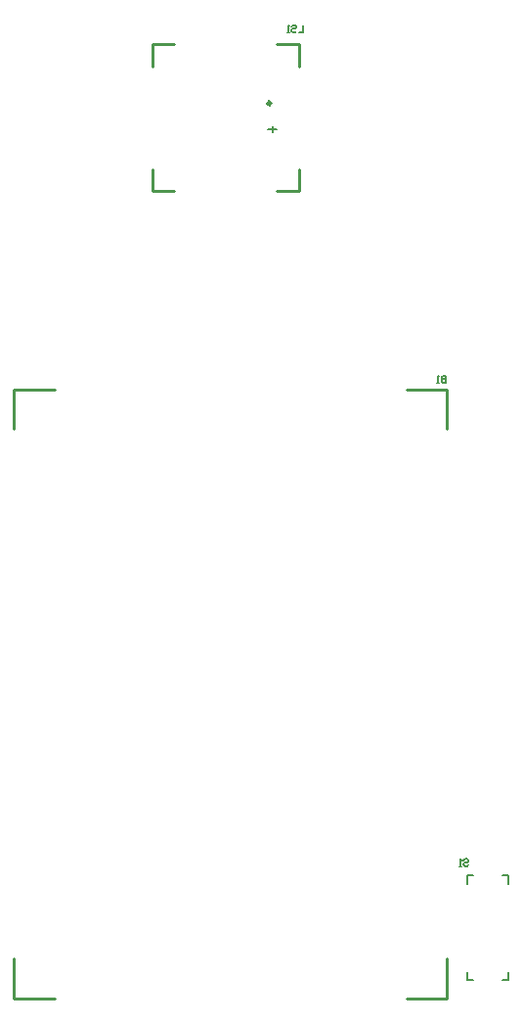
<source format=gbo>
G04*
G04 #@! TF.GenerationSoftware,Altium Limited,Altium Designer,21.4.1 (30)*
G04*
G04 Layer_Color=32896*
%FSLAX25Y25*%
%MOIN*%
G70*
G04*
G04 #@! TF.SameCoordinates,8EED4449-2E46-416B-BC71-7F67FA958CFC*
G04*
G04*
G04 #@! TF.FilePolarity,Positive*
G04*
G01*
G75*
%ADD11C,0.00500*%
%ADD14C,0.01000*%
%ADD16C,0.00600*%
%ADD67C,0.01200*%
D11*
X16000Y385100D02*
Y387100D01*
X14875Y386100D02*
X17343D01*
X14500D02*
X14875D01*
X82313Y129400D02*
Y132116D01*
X84400D01*
X96487Y129400D02*
Y132116D01*
X94400D02*
X96487D01*
Y96684D02*
Y99400D01*
X94400Y96684D02*
X96487D01*
X82313D02*
X84400D01*
X82313D02*
Y99400D01*
D14*
X61575Y297602D02*
X75374D01*
Y284256D02*
Y297602D01*
X-72224D02*
X-58425D01*
X-72224Y284256D02*
Y297602D01*
Y90398D02*
Y104000D01*
Y90398D02*
X-58425D01*
X61575D02*
X75374D01*
Y104000D01*
X25061Y407600D02*
Y415100D01*
X17343D02*
X25061D01*
X-25000D02*
X-17658D01*
X-25000Y407600D02*
Y415100D01*
Y365100D02*
Y372600D01*
Y365100D02*
X-17658D01*
X17343D02*
X25061D01*
Y372600D01*
D16*
X81200Y137399D02*
X81600Y137799D01*
X82400D01*
X82800Y137399D01*
Y136999D01*
X82400Y136600D01*
X81600D01*
X81200Y136200D01*
Y135800D01*
X81600Y135400D01*
X82400D01*
X82800Y135800D01*
X80401Y135400D02*
X79601D01*
X80001D01*
Y137799D01*
X80401Y137399D01*
X75200Y302400D02*
Y300000D01*
X74000D01*
X73600Y300400D01*
Y300800D01*
X74000Y301200D01*
X75200D01*
X74000D01*
X73600Y301600D01*
Y302000D01*
X74000Y302400D01*
X75200D01*
X72800Y300000D02*
X72000D01*
X72400D01*
Y302400D01*
X72800Y302000D01*
X26499Y421700D02*
Y419300D01*
X24900D01*
X22500Y421300D02*
X22900Y421700D01*
X23700D01*
X24100Y421300D01*
Y420900D01*
X23700Y420500D01*
X22900D01*
X22500Y420100D01*
Y419700D01*
X22900Y419300D01*
X23700D01*
X24100Y419700D01*
X21701Y419300D02*
X20901D01*
X21301D01*
Y421700D01*
X21701Y421300D01*
D67*
X15342Y395100D02*
G03*
X15342Y395100I-500J0D01*
G01*
M02*

</source>
